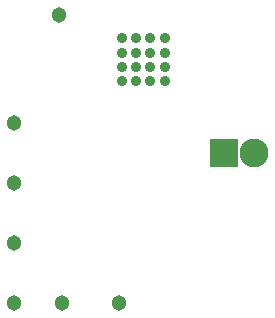
<source format=gbs>
G04 Layer_Color=16711935*
%FSLAX25Y25*%
%MOIN*%
G70*
G01*
G75*
%ADD44C,0.05131*%
%ADD45R,0.09658X0.09658*%
%ADD46C,0.09658*%
%ADD47C,0.03500*%
D44*
X10000Y34500D02*
D03*
X26000D02*
D03*
X10000Y54500D02*
D03*
Y74500D02*
D03*
Y94500D02*
D03*
X25000Y130500D02*
D03*
X45000Y34500D02*
D03*
D45*
X80000Y84500D02*
D03*
D46*
X90000D02*
D03*
D47*
X45913Y122587D02*
D03*
X50638D02*
D03*
X55362D02*
D03*
X60087D02*
D03*
X45913Y117862D02*
D03*
X50638D02*
D03*
X55362D02*
D03*
X60087D02*
D03*
X45913Y113138D02*
D03*
X50638D02*
D03*
X55362D02*
D03*
X60087D02*
D03*
X45913Y108413D02*
D03*
X50638D02*
D03*
X55362D02*
D03*
X60087D02*
D03*
M02*

</source>
